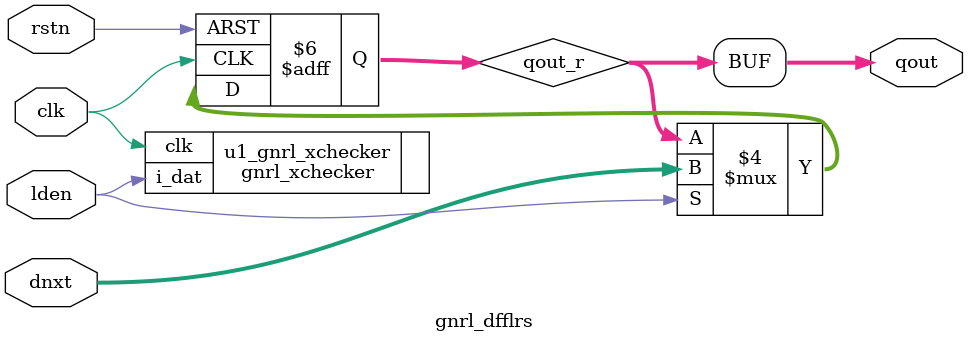
<source format=v>

module gnrl_dfflrs#(
    parameter   DW = 32
)
(   
    input                   clk     ,
    input                   rstn    ,
    input                   lden    ,
    input  [DW-1:0]         dnxt    ,
    output [DW-1:0]         qout    
);
    reg [DW-1:0]            qout_r  ;

    always @(posedge clk or negedge rstn) begin
        if(!rstn)
            qout_r <= {DW{1'b1}} ;
        else if(lden == 1'b1)
            qout_r <= #1 dnxt    ;
    end

    assign qout = qout_r ;

    //check x
`ifndef  FPGA_SOURCE
`ifndef  DISABLE_SV_ASSERTION
    gnrl_xchecker #(.DW(1))
    u1_gnrl_xchecker(
        .i_dat(lden),
        .clk(clk)
    );
`endif 
`endif

endmodule

// ===========================================================================
//2
// Description:
//  Verilog module gnrl DFF with Load-enable and Reset
//  Default reset value is 0
// ===========================================================================



// ===========================================================================
//3
// Description:
//  Verilog module sirv_gnrl DFF with Load-enable, no reset 
// ===========================================================================


// ===========================================================================
//4
// Description:
//  Verilog module sirv_gnrl DFF with Reset, no load-enable
//  Default reset value is 1
// ===========================================================================


// ===========================================================================
//5
// Description:
//  Verilog module sirv_gnrl DFF with Reset, no load-enable
//  Default reset value is 0
// ===========================================================================


// ===========================================================================
//6 latch
// Description:
//  Verilog module for general latch 
// ===========================================================================
</source>
